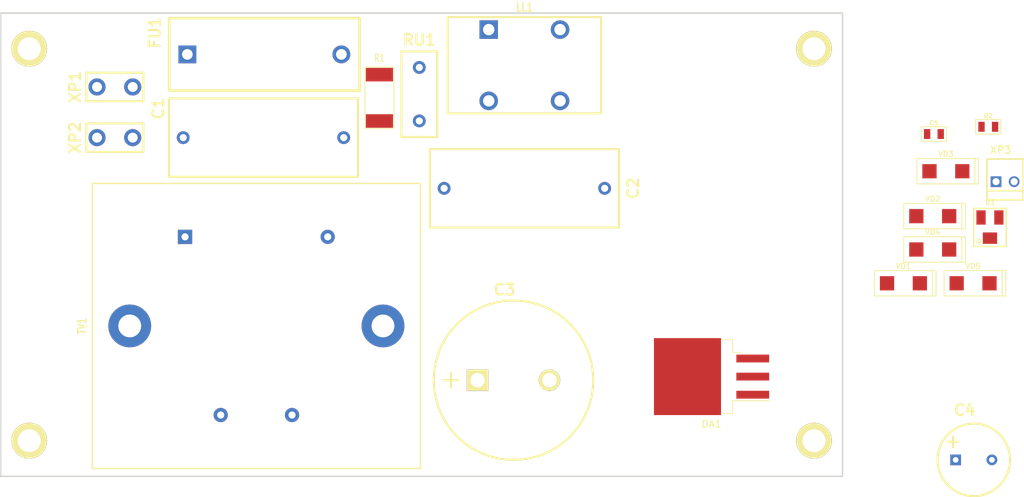
<source format=kicad_pcb>
(kicad_pcb (version 20171130) (host pcbnew 5.1.7-a382d34a8~88~ubuntu18.04.1)

  (general
    (thickness 1.6)
    (drawings 4)
    (tracks 0)
    (zones 0)
    (modules 25)
    (nets 12)
  )

  (page A4)
  (layers
    (0 F.Cu signal)
    (31 B.Cu signal)
    (32 B.Adhes user)
    (33 F.Adhes user)
    (34 B.Paste user)
    (35 F.Paste user)
    (36 B.SilkS user)
    (37 F.SilkS user)
    (38 B.Mask user)
    (39 F.Mask user)
    (40 Dwgs.User user)
    (41 Cmts.User user)
    (42 Eco1.User user)
    (43 Eco2.User user)
    (44 Edge.Cuts user)
    (45 Margin user)
    (46 B.CrtYd user)
    (47 F.CrtYd user)
    (48 B.Fab user)
    (49 F.Fab user)
  )

  (setup
    (last_trace_width 0.25)
    (trace_clearance 0.2)
    (zone_clearance 0.508)
    (zone_45_only no)
    (trace_min 0.2)
    (via_size 0.8)
    (via_drill 0.4)
    (via_min_size 0.4)
    (via_min_drill 0.3)
    (uvia_size 0.3)
    (uvia_drill 0.1)
    (uvias_allowed no)
    (uvia_min_size 0.2)
    (uvia_min_drill 0.1)
    (edge_width 0.12)
    (segment_width 0.12)
    (pcb_text_width 0.3)
    (pcb_text_size 1 1)
    (mod_edge_width 0.12)
    (mod_text_size 1 1)
    (mod_text_width 0.15)
    (pad_size 5 5)
    (pad_drill 3.2)
    (pad_to_mask_clearance 0)
    (aux_axis_origin 0 0)
    (visible_elements FFFFFF7F)
    (pcbplotparams
      (layerselection 0x010fc_ffffffff)
      (usegerberextensions false)
      (usegerberattributes true)
      (usegerberadvancedattributes true)
      (creategerberjobfile true)
      (excludeedgelayer true)
      (linewidth 0.100000)
      (plotframeref false)
      (viasonmask false)
      (mode 1)
      (useauxorigin false)
      (hpglpennumber 1)
      (hpglpenspeed 20)
      (hpglpendiameter 15.000000)
      (psnegative false)
      (psa4output false)
      (plotreference true)
      (plotvalue true)
      (plotinvisibletext false)
      (padsonsilk false)
      (subtractmaskfromsilk false)
      (outputformat 1)
      (mirror false)
      (drillshape 1)
      (scaleselection 1)
      (outputdirectory ""))
  )

  (net 0 "")
  (net 1 "Net-(C1-Pad2)")
  (net 2 "Net-(C1-Pad1)")
  (net 3 "Net-(C2-Pad2)")
  (net 4 "Net-(C2-Pad1)")
  (net 5 /GND)
  (net 6 "Net-(C3-Pad1)")
  (net 7 "Net-(C4-Pad1)")
  (net 8 "Net-(DA1-Pad1)")
  (net 9 "Net-(FU1-Pad1)")
  (net 10 "Net-(TV1-Pad7)")
  (net 11 "Net-(TV1-Pad9)")

  (net_class Default "This is the default net class."
    (clearance 0.2)
    (trace_width 0.25)
    (via_dia 0.8)
    (via_drill 0.4)
    (uvia_dia 0.3)
    (uvia_drill 0.1)
    (add_net /GND)
    (add_net "Net-(C1-Pad1)")
    (add_net "Net-(C1-Pad2)")
    (add_net "Net-(C2-Pad1)")
    (add_net "Net-(C2-Pad2)")
    (add_net "Net-(C3-Pad1)")
    (add_net "Net-(C4-Pad1)")
    (add_net "Net-(DA1-Pad1)")
    (add_net "Net-(FU1-Pad1)")
    (add_net "Net-(TV1-Pad7)")
    (add_net "Net-(TV1-Pad9)")
  )

  (module IWtransformator:EMI_EPCOS_B82731T (layer F.Cu) (tedit 6012D67E) (tstamp 6012F931)
    (at 161.036 75.184)
    (path /60142715)
    (fp_text reference LL1 (at 0 -8.128) (layer F.SilkS)
      (effects (font (size 1.143 0.889) (thickness 0.2032)))
    )
    (fp_text value B82731T2301A020 (at 0 -8.255) (layer F.SilkS) hide
      (effects (font (size 1.143 0.889) (thickness 0.2032)))
    )
    (fp_line (start -10.75 6.75) (end 10.75 6.75) (layer F.SilkS) (width 0.3))
    (fp_line (start -10.75 -6.75) (end 10.75 -6.75) (layer F.SilkS) (width 0.3))
    (fp_line (start 10.75 6.75) (end 10.75 -6.75) (layer F.SilkS) (width 0.3))
    (fp_line (start -10.75 6.75) (end -10.75 -6.75) (layer F.SilkS) (width 0.3))
    (pad 1 thru_hole rect (at -5 -5) (size 2.6 2.6) (drill 1.6) (layers *.Cu *.Mask)
      (net 1 "Net-(C1-Pad2)"))
    (pad 4 thru_hole circle (at 5 -5) (size 2.6 2.6) (drill 1.6) (layers *.Cu *.Mask)
      (net 3 "Net-(C2-Pad2)"))
    (pad 3 thru_hole circle (at 5 5) (size 2.6 2.6) (drill 1.6) (layers *.Cu *.Mask)
      (net 4 "Net-(C2-Pad1)"))
    (pad 2 thru_hole circle (at -5 5) (size 2.6 2.6) (drill 1.6) (layers *.Cu *.Mask)
      (net 2 "Net-(C1-Pad1)"))
  )

  (module IWconnectors:TERMINAL_KLS8-01128_6.3mm (layer F.Cu) (tedit 6012E2AE) (tstamp 6012F9BA)
    (at 103.632 85.344)
    (descr "Bornier d'alimentation 2 pins")
    (tags DEV)
    (path /60118508)
    (fp_text reference XP2 (at -5.588 0 90) (layer F.SilkS)
      (effects (font (size 1.524 1.524) (thickness 0.3048)))
    )
    (fp_text value L-KLS8-01128-PC-250-0.8 (at 0 3.556) (layer F.SilkS) hide
      (effects (font (size 1.524 1.524) (thickness 0.3048)))
    )
    (fp_line (start -4 2) (end -4 -2) (layer F.SilkS) (width 0.3))
    (fp_line (start 4 2) (end 4 -2) (layer F.SilkS) (width 0.3))
    (fp_line (start 4 -2) (end -4 -2) (layer F.SilkS) (width 0.3))
    (fp_line (start -4 2) (end 4 2) (layer F.SilkS) (width 0.3))
    (pad 1 thru_hole circle (at 2.5 0) (size 2.4 2.4) (drill 1.4) (layers *.Cu *.Mask)
      (net 1 "Net-(C1-Pad2)"))
    (pad 1 thru_hole circle (at -2.5 0) (size 2.4 2.4) (drill 1.4) (layers *.Cu *.Mask)
      (net 1 "Net-(C1-Pad2)"))
  )

  (module IWconnectors:TERMINAL_KLS8-01128_6.3mm (layer F.Cu) (tedit 6012E2AE) (tstamp 6012F9B0)
    (at 103.632 78.232)
    (descr "Bornier d'alimentation 2 pins")
    (tags DEV)
    (path /554621C8)
    (fp_text reference XP1 (at -5.588 0 90) (layer F.SilkS)
      (effects (font (size 1.524 1.524) (thickness 0.3048)))
    )
    (fp_text value L-KLS8-01128-PC-250-0.8 (at 0 3.556) (layer F.SilkS) hide
      (effects (font (size 1.524 1.524) (thickness 0.3048)))
    )
    (fp_line (start -4 2) (end -4 -2) (layer F.SilkS) (width 0.3))
    (fp_line (start 4 2) (end 4 -2) (layer F.SilkS) (width 0.3))
    (fp_line (start 4 -2) (end -4 -2) (layer F.SilkS) (width 0.3))
    (fp_line (start -4 2) (end 4 2) (layer F.SilkS) (width 0.3))
    (pad 1 thru_hole circle (at 2.5 0) (size 2.4 2.4) (drill 1.4) (layers *.Cu *.Mask)
      (net 9 "Net-(FU1-Pad1)"))
    (pad 1 thru_hole circle (at -2.5 0) (size 2.4 2.4) (drill 1.4) (layers *.Cu *.Mask)
      (net 9 "Net-(FU1-Pad1)"))
  )

  (module IWconnectors:WF-2 (layer F.Cu) (tedit 5E3B3752) (tstamp 6012F9C5)
    (at 228.4161 91.5186)
    (descr "Double rangee de contacts 2 x 5 pins")
    (tags CONN)
    (path /5F7F167B)
    (fp_text reference XP3 (at -0.635 -4.445) (layer F.SilkS)
      (effects (font (size 1.016 1.016) (thickness 0.2032)))
    )
    (fp_text value WF-2 (at 0 3.81) (layer F.SilkS) hide
      (effects (font (size 1.016 1.016) (thickness 0.2032)))
    )
    (fp_line (start -2.54 2.54) (end 2.54 2.54) (layer F.SilkS) (width 0.254))
    (fp_line (start 2.54 1.27) (end -2.54 1.27) (layer F.SilkS) (width 0.254))
    (fp_line (start -2.54 -3.175) (end 2.54 -3.175) (layer F.SilkS) (width 0.254))
    (fp_line (start -2.54 2.54) (end -2.54 -3.175) (layer F.SilkS) (width 0.254))
    (fp_line (start 2.54 2.54) (end 2.54 -3.175) (layer F.SilkS) (width 0.254))
    (pad 2 thru_hole circle (at 1.27 0) (size 1.5 1.5) (drill 1) (layers *.Cu *.Mask)
      (net 5 /GND))
    (pad 1 thru_hole rect (at -1.27 0) (size 1.5 1.5) (drill 1) (layers *.Cu *.Mask)
      (net 7 "Net-(C4-Pad1)"))
  )

  (module IWcomponents:SMA (layer F.Cu) (tedit 4C73D255) (tstamp 6012F9A6)
    (at 223.9286 105.7781)
    (path /5AAEB4B2)
    (attr smd)
    (fp_text reference VD5 (at 0 -2.413) (layer F.SilkS)
      (effects (font (size 0.762 0.762) (thickness 0.127)))
    )
    (fp_text value VS-10MQ100NTRPBF (at 0.254 2.413) (layer F.SilkS) hide
      (effects (font (size 0.762 0.762) (thickness 0.127)))
    )
    (fp_line (start 4.572 1.778) (end 4.572 -1.778) (layer F.SilkS) (width 0.127))
    (fp_line (start -4.064 1.778) (end -4.064 -1.778) (layer F.SilkS) (width 0.127))
    (fp_line (start 4.572 1.778) (end -4.064 1.778) (layer F.SilkS) (width 0.127))
    (fp_line (start 4.572 -1.778) (end -4.064 -1.778) (layer F.SilkS) (width 0.127))
    (fp_line (start 4.064 -1.778) (end 4.064 1.778) (layer F.SilkS) (width 0.127))
    (pad 2 smd rect (at 2.30124 0) (size 1.99898 1.99898) (layers F.Cu F.Paste F.Mask)
      (net 6 "Net-(C3-Pad1)"))
    (pad 1 smd rect (at -2.30124 0) (size 1.99898 1.99898) (layers F.Cu F.Paste F.Mask)
      (net 7 "Net-(C4-Pad1)"))
    (model smd/chip_cms.wrl
      (at (xyz 0 0 0))
      (scale (xyz 0.17 0.16 0.16))
      (rotate (xyz 0 0 0))
    )
  )

  (module IWcomponents:SMA (layer F.Cu) (tedit 4C73D255) (tstamp 6012F99B)
    (at 218.2766 101.0381)
    (path /55462349)
    (attr smd)
    (fp_text reference VD4 (at 0 -2.413) (layer F.SilkS)
      (effects (font (size 0.762 0.762) (thickness 0.127)))
    )
    (fp_text value VS-10MQ100NTRPBF (at 0.254 2.413) (layer F.SilkS) hide
      (effects (font (size 0.762 0.762) (thickness 0.127)))
    )
    (fp_line (start 4.572 1.778) (end 4.572 -1.778) (layer F.SilkS) (width 0.127))
    (fp_line (start -4.064 1.778) (end -4.064 -1.778) (layer F.SilkS) (width 0.127))
    (fp_line (start 4.572 1.778) (end -4.064 1.778) (layer F.SilkS) (width 0.127))
    (fp_line (start 4.572 -1.778) (end -4.064 -1.778) (layer F.SilkS) (width 0.127))
    (fp_line (start 4.064 -1.778) (end 4.064 1.778) (layer F.SilkS) (width 0.127))
    (pad 2 smd rect (at 2.30124 0) (size 1.99898 1.99898) (layers F.Cu F.Paste F.Mask)
      (net 6 "Net-(C3-Pad1)"))
    (pad 1 smd rect (at -2.30124 0) (size 1.99898 1.99898) (layers F.Cu F.Paste F.Mask)
      (net 11 "Net-(TV1-Pad9)"))
    (model smd/chip_cms.wrl
      (at (xyz 0 0 0))
      (scale (xyz 0.17 0.16 0.16))
      (rotate (xyz 0 0 0))
    )
  )

  (module IWcomponents:SMA (layer F.Cu) (tedit 4C73D255) (tstamp 6012F990)
    (at 220.1166 90.0581)
    (path /55462369)
    (attr smd)
    (fp_text reference VD3 (at 0 -2.413) (layer F.SilkS)
      (effects (font (size 0.762 0.762) (thickness 0.127)))
    )
    (fp_text value VS-10MQ100NTRPBF (at 0.254 2.413) (layer F.SilkS) hide
      (effects (font (size 0.762 0.762) (thickness 0.127)))
    )
    (fp_line (start 4.572 1.778) (end 4.572 -1.778) (layer F.SilkS) (width 0.127))
    (fp_line (start -4.064 1.778) (end -4.064 -1.778) (layer F.SilkS) (width 0.127))
    (fp_line (start 4.572 1.778) (end -4.064 1.778) (layer F.SilkS) (width 0.127))
    (fp_line (start 4.572 -1.778) (end -4.064 -1.778) (layer F.SilkS) (width 0.127))
    (fp_line (start 4.064 -1.778) (end 4.064 1.778) (layer F.SilkS) (width 0.127))
    (pad 2 smd rect (at 2.30124 0) (size 1.99898 1.99898) (layers F.Cu F.Paste F.Mask)
      (net 11 "Net-(TV1-Pad9)"))
    (pad 1 smd rect (at -2.30124 0) (size 1.99898 1.99898) (layers F.Cu F.Paste F.Mask)
      (net 5 /GND))
    (model smd/chip_cms.wrl
      (at (xyz 0 0 0))
      (scale (xyz 0.17 0.16 0.16))
      (rotate (xyz 0 0 0))
    )
  )

  (module IWcomponents:SMA (layer F.Cu) (tedit 4C73D255) (tstamp 6012F985)
    (at 218.2766 96.3581)
    (path /55462363)
    (attr smd)
    (fp_text reference VD2 (at 0 -2.413) (layer F.SilkS)
      (effects (font (size 0.762 0.762) (thickness 0.127)))
    )
    (fp_text value VS-10MQ100NTRPBF (at 0.254 2.413) (layer F.SilkS) hide
      (effects (font (size 0.762 0.762) (thickness 0.127)))
    )
    (fp_line (start 4.572 1.778) (end 4.572 -1.778) (layer F.SilkS) (width 0.127))
    (fp_line (start -4.064 1.778) (end -4.064 -1.778) (layer F.SilkS) (width 0.127))
    (fp_line (start 4.572 1.778) (end -4.064 1.778) (layer F.SilkS) (width 0.127))
    (fp_line (start 4.572 -1.778) (end -4.064 -1.778) (layer F.SilkS) (width 0.127))
    (fp_line (start 4.064 -1.778) (end 4.064 1.778) (layer F.SilkS) (width 0.127))
    (pad 2 smd rect (at 2.30124 0) (size 1.99898 1.99898) (layers F.Cu F.Paste F.Mask)
      (net 10 "Net-(TV1-Pad7)"))
    (pad 1 smd rect (at -2.30124 0) (size 1.99898 1.99898) (layers F.Cu F.Paste F.Mask)
      (net 5 /GND))
    (model smd/chip_cms.wrl
      (at (xyz 0 0 0))
      (scale (xyz 0.17 0.16 0.16))
      (rotate (xyz 0 0 0))
    )
  )

  (module IWcomponents:SMA (layer F.Cu) (tedit 4C73D255) (tstamp 6012F97A)
    (at 214.1686 105.7781)
    (path /5546232D)
    (attr smd)
    (fp_text reference VD1 (at 0 -2.413) (layer F.SilkS)
      (effects (font (size 0.762 0.762) (thickness 0.127)))
    )
    (fp_text value VS-10MQ100NTRPBF (at 0.254 2.413) (layer F.SilkS) hide
      (effects (font (size 0.762 0.762) (thickness 0.127)))
    )
    (fp_line (start 4.572 1.778) (end 4.572 -1.778) (layer F.SilkS) (width 0.127))
    (fp_line (start -4.064 1.778) (end -4.064 -1.778) (layer F.SilkS) (width 0.127))
    (fp_line (start 4.572 1.778) (end -4.064 1.778) (layer F.SilkS) (width 0.127))
    (fp_line (start 4.572 -1.778) (end -4.064 -1.778) (layer F.SilkS) (width 0.127))
    (fp_line (start 4.064 -1.778) (end 4.064 1.778) (layer F.SilkS) (width 0.127))
    (pad 2 smd rect (at 2.30124 0) (size 1.99898 1.99898) (layers F.Cu F.Paste F.Mask)
      (net 6 "Net-(C3-Pad1)"))
    (pad 1 smd rect (at -2.30124 0) (size 1.99898 1.99898) (layers F.Cu F.Paste F.Mask)
      (net 10 "Net-(TV1-Pad7)"))
    (model smd/chip_cms.wrl
      (at (xyz 0 0 0))
      (scale (xyz 0.17 0.16 0.16))
      (rotate (xyz 0 0 0))
    )
  )

  (module IWtransformator:TPG112-12 (layer F.Cu) (tedit 6012D515) (tstamp 6012F96F)
    (at 123.444 111.76)
    (path /55462143)
    (fp_text reference TV1 (at -24.384 0 90) (layer F.SilkS)
      (effects (font (size 1.143 0.889) (thickness 0.2032)))
    )
    (fp_text value ТПГ-112-12 (at 0 0) (layer Dwgs.User) hide
      (effects (font (size 1 1) (thickness 0.15)))
    )
    (fp_circle (center 0.0216 12.5032) (end 0.5216 12.5032) (layer Dwgs.User) (width 0.2))
    (fp_circle (center 5.0216 -12.4968) (end 5.5216 -12.4968) (layer Dwgs.User) (width 0.2))
    (fp_circle (center 10.0216 12.5032) (end 10.5216 12.5032) (layer Dwgs.User) (width 0.2))
    (fp_circle (center -9.9784 12.5032) (end -9.4784 12.5032) (layer Dwgs.User) (width 0.2))
    (fp_circle (center 0.0216 -12.4968) (end 0.5216 -12.4968) (layer Dwgs.User) (width 0.2))
    (fp_line (start 23.0216 -19.9968) (end -22.9784 -19.9968) (layer F.SilkS) (width 0.2))
    (fp_line (start -22.9784 -19.9968) (end -22.9784 20.0032) (layer F.SilkS) (width 0.2))
    (fp_line (start -22.9784 20.0032) (end 23.0216 20.0032) (layer F.SilkS) (width 0.2))
    (fp_line (start 23.0216 20.0032) (end 23.0216 -19.9968) (layer F.SilkS) (width 0.2))
    (fp_circle (center -4.9784 -12.4968) (end -4.4784 -12.4968) (layer Dwgs.User) (width 0.2))
    (pad ~ thru_hole circle (at 17.7716 0.0032) (size 6 6) (drill 3.2) (layers *.Cu *.Mask))
    (pad ~ thru_hole circle (at -17.7284 0.0032) (size 6 6) (drill 3.2) (layers *.Cu *.Mask))
    (pad 7 thru_hole circle (at 5.0216 12.5032) (size 2 2) (drill 1) (layers *.Cu *.Mask)
      (net 10 "Net-(TV1-Pad7)"))
    (pad 9 thru_hole circle (at -4.9784 12.5032) (size 2 2) (drill 1) (layers *.Cu *.Mask)
      (net 11 "Net-(TV1-Pad9)"))
    (pad 5 thru_hole circle (at 10.0216 -12.4968) (size 2 2) (drill 1) (layers *.Cu *.Mask)
      (net 4 "Net-(C2-Pad1)"))
    (pad 1 thru_hole rect (at -9.9784 -12.4968) (size 2 2) (drill 1) (layers *.Cu *.Mask)
      (net 3 "Net-(C2-Pad2)"))
  )

  (module IWcomponents:RU_EPCOS_B72210S0271K101_12х5 (layer F.Cu) (tedit 6012DD57) (tstamp 6012F95B)
    (at 146.304 79.248 90)
    (descr "Bornier d'alimentation 2 pins")
    (tags DEV)
    (path /6016D315)
    (fp_text reference RU1 (at 7.62 0 180) (layer F.SilkS)
      (effects (font (size 1.524 1.524) (thickness 0.3048)))
    )
    (fp_text value B72210S0271K101 (at 0 4.064 90) (layer F.SilkS) hide
      (effects (font (size 1.524 1.524) (thickness 0.3048)))
    )
    (fp_line (start -6 -2.5) (end 6 -2.5) (layer F.SilkS) (width 0.3048))
    (fp_line (start -6 2.5) (end 6 2.5) (layer F.SilkS) (width 0.3048))
    (fp_line (start 6 2.5) (end 6 -2.5) (layer F.SilkS) (width 0.3048))
    (fp_line (start -6 2.5) (end -6 -2.5) (layer F.SilkS) (width 0.3048))
    (pad 2 thru_hole circle (at 3.75 0 90) (size 1.8 1.8) (drill 1) (layers *.Cu *.Mask)
      (net 1 "Net-(C1-Pad2)"))
    (pad 1 thru_hole circle (at -3.75 0 90) (size 1.8 1.8) (drill 1) (layers *.Cu *.Mask)
      (net 2 "Net-(C1-Pad1)"))
  )

  (module IWsmd_case:BOURNS_3224W (layer F.Cu) (tedit 6012DB09) (tstamp 6012F951)
    (at 226.2951 96.5466)
    (path /55462783)
    (attr smd)
    (fp_text reference R3 (at 0 -2.032) (layer F.SilkS)
      (effects (font (size 0.635 0.635) (thickness 0.127)))
    )
    (fp_text value "5 к" (at 0 -3.048) (layer F.SilkS) hide
      (effects (font (size 0.635 0.635) (thickness 0.127)))
    )
    (fp_line (start 2.286 4.064) (end 2.286 -1.27) (layer F.SilkS) (width 0.2))
    (fp_line (start -2.286 4.064) (end -2.286 -1.27) (layer F.SilkS) (width 0.2))
    (fp_line (start -2.286 -1.27) (end 2.286 -1.27) (layer F.SilkS) (width 0.2))
    (fp_line (start -2.286 4.064) (end 2.286 4.064) (layer F.SilkS) (width 0.2))
    (fp_circle (center -1.524 3.302) (end -1.524 3.048) (layer F.SilkS) (width 0.2))
    (pad 1 smd rect (at -1.25 0) (size 1.3 2) (layers F.Cu F.Paste F.Mask)
      (net 8 "Net-(DA1-Pad1)"))
    (pad 3 smd rect (at 1.25 0) (size 1.3 2) (layers F.Cu F.Paste F.Mask)
      (net 5 /GND))
    (pad 2 smd rect (at 0 2.9) (size 2 1.6) (layers F.Cu F.Paste F.Mask)
      (net 5 /GND))
    (model smd/dpack_2.wrl
      (at (xyz 0 0 0))
      (scale (xyz 1 1 1))
      (rotate (xyz 0 0 0))
    )
  )

  (module IWsmd_case:SMD0805 (layer F.Cu) (tedit 4D1B3978) (tstamp 6012F945)
    (at 226.06 83.82)
    (path /55462716)
    (attr smd)
    (fp_text reference R2 (at 0 -1.524) (layer F.SilkS)
      (effects (font (size 0.635 0.635) (thickness 0.127)))
    )
    (fp_text value 240 (at 0.254 1.524) (layer F.SilkS) hide
      (effects (font (size 0.635 0.635) (thickness 0.127)))
    )
    (fp_line (start 1.778 1.016) (end 1.778 -1.016) (layer F.SilkS) (width 0.127))
    (fp_line (start -1.778 1.016) (end 1.778 1.016) (layer F.SilkS) (width 0.127))
    (fp_line (start -1.778 -1.016) (end -1.778 1.016) (layer F.SilkS) (width 0.127))
    (fp_line (start -1.778 -1.016) (end 1.778 -1.016) (layer F.SilkS) (width 0.127))
    (pad 2 smd rect (at 0.9525 0) (size 0.889 1.397) (layers F.Cu F.Paste F.Mask)
      (net 7 "Net-(C4-Pad1)"))
    (pad 1 smd rect (at -0.9525 0) (size 0.889 1.397) (layers F.Cu F.Paste F.Mask)
      (net 8 "Net-(DA1-Pad1)"))
    (model smd/chip_cms.wrl
      (at (xyz 0 0 0))
      (scale (xyz 0.1 0.1 0.1))
      (rotate (xyz 0 0 0))
    )
  )

  (module IWsmd_case:SMD2512 (layer F.Cu) (tedit 6012D87F) (tstamp 6012F93B)
    (at 140.716 79.756 270)
    (tags "CMS SM")
    (path /6015F13E)
    (attr smd)
    (fp_text reference R1 (at -5.588 0 180) (layer F.SilkS)
      (effects (font (size 1.016 0.762) (thickness 0.127)))
    )
    (fp_text value "500 к" (at 0.254 3.048 90) (layer F.SilkS) hide
      (effects (font (size 1.016 0.762) (thickness 0.127)))
    )
    (fp_line (start 4.318 -2.032) (end 4.318 2.032) (layer F.SilkS) (width 0.127))
    (fp_line (start -4.318 2.032) (end -4.318 -2.032) (layer F.SilkS) (width 0.127))
    (fp_line (start -4.318 -2.032) (end 4.318 -2.032) (layer F.SilkS) (width 0.127))
    (fp_line (start -4.318 2.032) (end 4.318 2.032) (layer F.SilkS) (width 0.127))
    (pad 2 smd rect (at 3.25 0 270) (size 1.9 3.8) (layers F.Cu F.Paste F.Mask)
      (net 2 "Net-(C1-Pad1)"))
    (pad 1 smd rect (at -3.25 0 270) (size 1.9 3.8) (layers F.Cu F.Paste F.Mask)
      (net 1 "Net-(C1-Pad2)"))
    (model smd/chip_cms.wrl
      (at (xyz 0 0 0))
      (scale (xyz 0.21 0.3 0.2))
      (rotate (xyz 0 0 0))
    )
  )

  (module IWcomponents:FU_PTF15B (layer F.Cu) (tedit 5E80CA11) (tstamp 6012F925)
    (at 118.872 73.66)
    (descr "Bornier d'alimentation 2 pins")
    (tags DEV)
    (path /5546217A)
    (fp_text reference FU1 (at -9.652 -3.048 90) (layer F.SilkS)
      (effects (font (size 1.524 1.524) (thickness 0.3048)))
    )
    (fp_text value "0.25 A" (at 6.35 0) (layer F.SilkS) hide
      (effects (font (size 1.524 1.524) (thickness 0.3048)))
    )
    (fp_line (start 19.05 -5.08) (end 19.05 5.08) (layer F.SilkS) (width 0.381))
    (fp_line (start -7.62 -5.08) (end -7.62 5.08) (layer F.SilkS) (width 0.381))
    (fp_line (start -7.62 5.08) (end 19.05 5.08) (layer F.SilkS) (width 0.381))
    (fp_line (start -7.62 -5.08) (end 19.05 -5.08) (layer F.SilkS) (width 0.381))
    (pad 2 thru_hole circle (at 16.51 0) (size 2.49936 2.49936) (drill 1.5) (layers *.Cu *.Mask)
      (net 2 "Net-(C1-Pad1)"))
    (pad 1 thru_hole rect (at -5.08 0) (size 2.49936 2.49936) (drill 1.5) (layers *.Cu *.Mask)
      (net 9 "Net-(FU1-Pad1)"))
    (model device/bornier_2.wrl
      (at (xyz 0 0 0))
      (scale (xyz 1 1 1))
      (rotate (xyz 0 0 0))
    )
  )

  (module Package_TO:TO-263-3_TabPin2 (layer F.Cu) (tedit 5A70FB8C) (tstamp 6012F91B)
    (at 187.271 118.872 180)
    (descr "TO-263 / D2PAK / DDPAK SMD package, http://www.infineon.com/cms/en/product/packages/PG-TO263/PG-TO263-3-1/")
    (tags "D2PAK DDPAK TO-263 D2PAK-3 TO-263-3 SOT-404")
    (path /55461EB0)
    (attr smd)
    (fp_text reference DA1 (at 0 -6.65) (layer F.SilkS)
      (effects (font (size 1 1) (thickness 0.15)))
    )
    (fp_text value LM317D2T-TR (at 0 6.65) (layer F.Fab) hide
      (effects (font (size 1 1) (thickness 0.15)))
    )
    (fp_text user %R (at 0 0) (layer F.Fab)
      (effects (font (size 1 1) (thickness 0.15)))
    )
    (fp_line (start 6.5 -5) (end 7.5 -5) (layer F.Fab) (width 0.1))
    (fp_line (start 7.5 -5) (end 7.5 5) (layer F.Fab) (width 0.1))
    (fp_line (start 7.5 5) (end 6.5 5) (layer F.Fab) (width 0.1))
    (fp_line (start 6.5 -5) (end 6.5 5) (layer F.Fab) (width 0.1))
    (fp_line (start 6.5 5) (end -2.75 5) (layer F.Fab) (width 0.1))
    (fp_line (start -2.75 5) (end -2.75 -4) (layer F.Fab) (width 0.1))
    (fp_line (start -2.75 -4) (end -1.75 -5) (layer F.Fab) (width 0.1))
    (fp_line (start -1.75 -5) (end 6.5 -5) (layer F.Fab) (width 0.1))
    (fp_line (start -2.75 -3.04) (end -7.45 -3.04) (layer F.Fab) (width 0.1))
    (fp_line (start -7.45 -3.04) (end -7.45 -2.04) (layer F.Fab) (width 0.1))
    (fp_line (start -7.45 -2.04) (end -2.75 -2.04) (layer F.Fab) (width 0.1))
    (fp_line (start -2.75 -0.5) (end -7.45 -0.5) (layer F.Fab) (width 0.1))
    (fp_line (start -7.45 -0.5) (end -7.45 0.5) (layer F.Fab) (width 0.1))
    (fp_line (start -7.45 0.5) (end -2.75 0.5) (layer F.Fab) (width 0.1))
    (fp_line (start -2.75 2.04) (end -7.45 2.04) (layer F.Fab) (width 0.1))
    (fp_line (start -7.45 2.04) (end -7.45 3.04) (layer F.Fab) (width 0.1))
    (fp_line (start -7.45 3.04) (end -2.75 3.04) (layer F.Fab) (width 0.1))
    (fp_line (start -1.45 -5.2) (end -2.95 -5.2) (layer F.SilkS) (width 0.12))
    (fp_line (start -2.95 -5.2) (end -2.95 -3.39) (layer F.SilkS) (width 0.12))
    (fp_line (start -2.95 -3.39) (end -8.075 -3.39) (layer F.SilkS) (width 0.12))
    (fp_line (start -1.45 5.2) (end -2.95 5.2) (layer F.SilkS) (width 0.12))
    (fp_line (start -2.95 5.2) (end -2.95 3.39) (layer F.SilkS) (width 0.12))
    (fp_line (start -2.95 3.39) (end -4.05 3.39) (layer F.SilkS) (width 0.12))
    (fp_line (start -8.32 -5.65) (end -8.32 5.65) (layer F.CrtYd) (width 0.05))
    (fp_line (start -8.32 5.65) (end 8.32 5.65) (layer F.CrtYd) (width 0.05))
    (fp_line (start 8.32 5.65) (end 8.32 -5.65) (layer F.CrtYd) (width 0.05))
    (fp_line (start 8.32 -5.65) (end -8.32 -5.65) (layer F.CrtYd) (width 0.05))
    (pad "" smd rect (at 0.95 2.775 180) (size 4.55 5.25) (layers F.Paste))
    (pad "" smd rect (at 5.8 -2.775 180) (size 4.55 5.25) (layers F.Paste))
    (pad "" smd rect (at 0.95 -2.775 180) (size 4.55 5.25) (layers F.Paste))
    (pad "" smd rect (at 5.8 2.775 180) (size 4.55 5.25) (layers F.Paste))
    (pad 2 smd rect (at 3.375 0 180) (size 9.4 10.8) (layers F.Cu F.Mask)
      (net 7 "Net-(C4-Pad1)"))
    (pad 3 smd rect (at -5.775 2.54 180) (size 4.6 1.1) (layers F.Cu F.Paste F.Mask)
      (net 6 "Net-(C3-Pad1)"))
    (pad 2 smd rect (at -5.775 0 180) (size 4.6 1.1) (layers F.Cu F.Paste F.Mask)
      (net 7 "Net-(C4-Pad1)"))
    (pad 1 smd rect (at -5.775 -2.54 180) (size 4.6 1.1) (layers F.Cu F.Paste F.Mask)
      (net 8 "Net-(DA1-Pad1)"))
    (model ${KISYS3DMOD}/Package_TO_SOT_SMD.3dshapes/TO-263-3_TabPin2.wrl
      (at (xyz 0 0 0))
      (scale (xyz 1 1 1))
      (rotate (xyz 0 0 0))
    )
  )

  (module IWsmd_case:SMD0805 (layer F.Cu) (tedit 4D1B3978) (tstamp 6012F8F3)
    (at 218.44 84.836)
    (path /554629CA)
    (attr smd)
    (fp_text reference C5 (at 0 -1.524) (layer F.SilkS)
      (effects (font (size 0.635 0.635) (thickness 0.127)))
    )
    (fp_text value "0.1 мк" (at 0.254 1.524) (layer F.SilkS) hide
      (effects (font (size 0.635 0.635) (thickness 0.127)))
    )
    (fp_line (start 1.778 1.016) (end 1.778 -1.016) (layer F.SilkS) (width 0.127))
    (fp_line (start -1.778 1.016) (end 1.778 1.016) (layer F.SilkS) (width 0.127))
    (fp_line (start -1.778 -1.016) (end -1.778 1.016) (layer F.SilkS) (width 0.127))
    (fp_line (start -1.778 -1.016) (end 1.778 -1.016) (layer F.SilkS) (width 0.127))
    (pad 2 smd rect (at 0.9525 0) (size 0.889 1.397) (layers F.Cu F.Paste F.Mask)
      (net 5 /GND))
    (pad 1 smd rect (at -0.9525 0) (size 0.889 1.397) (layers F.Cu F.Paste F.Mask)
      (net 7 "Net-(C4-Pad1)"))
    (model smd/chip_cms.wrl
      (at (xyz 0 0 0))
      (scale (xyz 0.1 0.1 0.1))
      (rotate (xyz 0 0 0))
    )
  )

  (module IWcomponents:CAPACITOR_5.08_D10 (layer F.Cu) (tedit 6012CD45) (tstamp 6012F8E9)
    (at 224.028 130.556)
    (descr "Bornier d'alimentation 2 pins")
    (tags DEV)
    (path /554629D0)
    (fp_text reference C4 (at -1.27 -6.985) (layer F.SilkS)
      (effects (font (size 1.524 1.524) (thickness 0.3048)))
    )
    (fp_text value "470 мк 35 В" (at 0 6.985) (layer F.SilkS) hide
      (effects (font (size 1.524 1.524) (thickness 0.3048)))
    )
    (fp_line (start -3.683 -2.54) (end -2.159 -2.54) (layer F.SilkS) (width 0.3048))
    (fp_line (start -2.921 -3.302) (end -2.921 -1.778) (layer F.SilkS) (width 0.3048))
    (fp_circle (center 0 0) (end 5.08 0) (layer F.SilkS) (width 0.3048))
    (pad 2 thru_hole circle (at 2.54 0) (size 1.5 1.5) (drill 0.8) (layers *.Cu *.Mask)
      (net 5 /GND))
    (pad 1 thru_hole rect (at -2.54 0) (size 1.5 1.5) (drill 0.8) (layers *.Cu *.Mask)
      (net 7 "Net-(C4-Pad1)"))
  )

  (module IWcomponents:CAPACITOR_10_D22 (layer F.Cu) (tedit 5533D968) (tstamp 6012F8E0)
    (at 159.512 119.38)
    (descr "Bornier d'alimentation 2 pins")
    (tags DEV)
    (path /554625C6)
    (fp_text reference C3 (at -1.27 -12.7) (layer F.SilkS)
      (effects (font (size 1.524 1.524) (thickness 0.3048)))
    )
    (fp_text value "4700 мк 35 В" (at 0 13.716) (layer F.SilkS) hide
      (effects (font (size 1.524 1.524) (thickness 0.3048)))
    )
    (fp_line (start -8.763 1.016) (end -8.763 -1.016) (layer F.SilkS) (width 0.3048))
    (fp_line (start -9.779 0) (end -7.747 0) (layer F.SilkS) (width 0.3048))
    (fp_circle (center 0 0) (end 11.176 0) (layer F.SilkS) (width 0.3048))
    (pad 2 thru_hole circle (at 5.04 0) (size 3 3) (drill 2) (layers *.Cu *.Mask F.SilkS)
      (net 5 /GND))
    (pad 1 thru_hole rect (at -5.04 0) (size 3 3) (drill 2) (layers *.Cu *.Mask F.SilkS)
      (net 6 "Net-(C3-Pad1)"))
  )

  (module IWcomponents:CAPACITOR_B32923_26.5x11 (layer F.Cu) (tedit 6012CFB7) (tstamp 6012F8D7)
    (at 161.036 92.456 180)
    (descr "Bornier d'alimentation 2 pins")
    (tags DEV)
    (path /60146CF7)
    (fp_text reference C2 (at -15.24 0 90) (layer F.SilkS)
      (effects (font (size 1.524 1.524) (thickness 0.3048)))
    )
    (fp_text value "1 мк 275В" (at 0 7.62) (layer F.SilkS) hide
      (effects (font (size 1.524 1.524) (thickness 0.3048)))
    )
    (fp_line (start -13.25 5.5) (end 13.25 5.5) (layer F.SilkS) (width 0.3048))
    (fp_line (start -13.25 -5.5) (end 13.25 -5.5) (layer F.SilkS) (width 0.3048))
    (fp_line (start 13.25 5.5) (end 13.25 -5.5) (layer F.SilkS) (width 0.3048))
    (fp_line (start -13.25 -5.5) (end -13.25 5.5) (layer F.SilkS) (width 0.3048))
    (pad 2 thru_hole circle (at 11.25 0 180) (size 1.8 1.8) (drill 1) (layers *.Cu *.Mask)
      (net 3 "Net-(C2-Pad2)"))
    (pad 1 thru_hole circle (at -11.25 0 180) (size 1.8 1.8) (drill 1) (layers *.Cu *.Mask)
      (net 4 "Net-(C2-Pad1)"))
  )

  (module IWcomponents:CAPACITOR_B32923_26.5x11 (layer F.Cu) (tedit 6012CFB7) (tstamp 6012F8CD)
    (at 124.46 85.344 180)
    (descr "Bornier d'alimentation 2 pins")
    (tags DEV)
    (path /60135059)
    (fp_text reference C1 (at 14.732 4.064 90) (layer F.SilkS)
      (effects (font (size 1.524 1.524) (thickness 0.3048)))
    )
    (fp_text value "1 мк 275В" (at 0 7.62) (layer F.SilkS) hide
      (effects (font (size 1.524 1.524) (thickness 0.3048)))
    )
    (fp_line (start -13.25 5.5) (end 13.25 5.5) (layer F.SilkS) (width 0.3048))
    (fp_line (start -13.25 -5.5) (end 13.25 -5.5) (layer F.SilkS) (width 0.3048))
    (fp_line (start 13.25 5.5) (end 13.25 -5.5) (layer F.SilkS) (width 0.3048))
    (fp_line (start -13.25 -5.5) (end -13.25 5.5) (layer F.SilkS) (width 0.3048))
    (pad 2 thru_hole circle (at 11.25 0 180) (size 1.8 1.8) (drill 1) (layers *.Cu *.Mask)
      (net 1 "Net-(C1-Pad2)"))
    (pad 1 thru_hole circle (at -11.25 0 180) (size 1.8 1.8) (drill 1) (layers *.Cu *.Mask)
      (net 2 "Net-(C1-Pad1)"))
  )

  (module IWconnectors:1_pin (layer F.Cu) (tedit 601184D4) (tstamp 60118623)
    (at 91.6305 127.865)
    (descr "module 1 pin (ou trou mecanique de percage)")
    (tags DEV)
    (fp_text reference 1_PIN (at 0 -3.048) (layer F.SilkS) hide
      (effects (font (size 0.50038 0.50038) (thickness 0.12446)))
    )
    (fp_text value P*** (at 0 -1.524) (layer F.SilkS) hide
      (effects (font (size 1.016 1.016) (thickness 0.254)))
    )
    (pad 1 thru_hole circle (at 0 0) (size 5 5) (drill 3.2) (layers *.Cu *.Mask F.SilkS))
  )

  (module IWconnectors:1_pin (layer F.Cu) (tedit 601184D4) (tstamp 60118623)
    (at 201.6305 127.865)
    (descr "module 1 pin (ou trou mecanique de percage)")
    (tags DEV)
    (fp_text reference 1_PIN (at 0 -3.048) (layer F.SilkS) hide
      (effects (font (size 0.50038 0.50038) (thickness 0.12446)))
    )
    (fp_text value P*** (at 0 -1.524) (layer F.SilkS) hide
      (effects (font (size 1.016 1.016) (thickness 0.254)))
    )
    (pad 1 thru_hole circle (at 0 0) (size 5 5) (drill 3.2) (layers *.Cu *.Mask F.SilkS))
  )

  (module IWconnectors:1_pin (layer F.Cu) (tedit 601184D4) (tstamp 60118623)
    (at 201.6305 72.865)
    (descr "module 1 pin (ou trou mecanique de percage)")
    (tags DEV)
    (fp_text reference 1_PIN (at 0 -3.048) (layer F.SilkS) hide
      (effects (font (size 0.50038 0.50038) (thickness 0.12446)))
    )
    (fp_text value P*** (at 0 -1.524) (layer F.SilkS) hide
      (effects (font (size 1.016 1.016) (thickness 0.254)))
    )
    (pad 1 thru_hole circle (at 0 0) (size 5 5) (drill 3.2) (layers *.Cu *.Mask F.SilkS))
  )

  (module IWconnectors:1_pin (layer F.Cu) (tedit 601184D4) (tstamp 601185FE)
    (at 91.6305 72.865)
    (descr "module 1 pin (ou trou mecanique de percage)")
    (tags DEV)
    (fp_text reference 1_PIN (at 0 -3.048) (layer F.SilkS) hide
      (effects (font (size 0.50038 0.50038) (thickness 0.12446)))
    )
    (fp_text value P*** (at 0 -1.524) (layer F.SilkS) hide
      (effects (font (size 1.016 1.016) (thickness 0.254)))
    )
    (pad 1 thru_hole circle (at 0 0) (size 5 5) (drill 3.2) (layers *.Cu *.Mask F.SilkS))
  )

  (gr_line (start 205.6305 132.865) (end 205.6305 67.865) (layer Edge.Cuts) (width 0.2))
  (gr_line (start 87.6305 132.865) (end 205.6305 132.865) (layer Edge.Cuts) (width 0.2))
  (gr_line (start 87.6305 67.865) (end 87.6305 132.865) (layer Edge.Cuts) (width 0.2))
  (gr_line (start 205.6305 67.865) (end 87.6305 67.865) (layer Edge.Cuts) (width 0.2))

)

</source>
